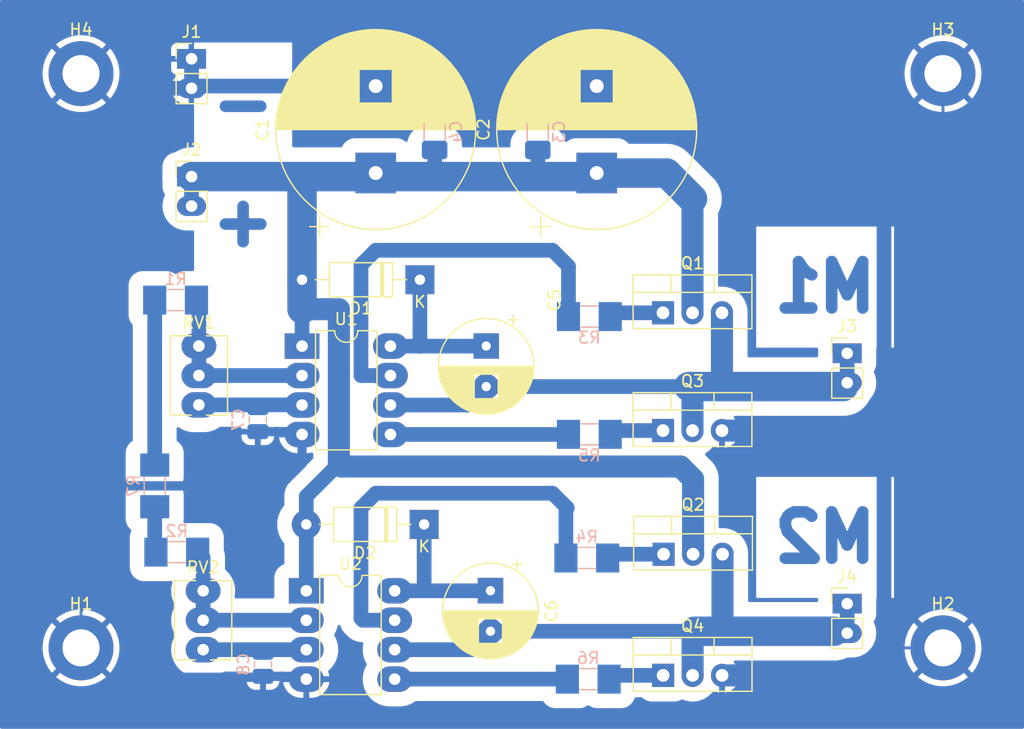
<source format=kicad_pcb>
(kicad_pcb (version 20211014) (generator pcbnew)
  (layers (0 "F.Cu" signal) (31 "B.Cu" signal) (34 "B.Paste" user) (35 "F.Paste" user) (36 "B.SilkS" user "B.Silkscreen") (37 "F.SilkS" user "F.Silkscreen") (38 "B.Mask" user) (39 "F.Mask" user) (44 "Edge.Cuts" user))
  (net 0 "")
  (net 1 "+12V")
  (net 2 "GND")
  (net 3 "Net-(C5-Pad1)")
  (net 4 "Net-(C5-Pad2)")
  (net 5 "Net-(C6-Pad1)")
  (net 6 "Net-(C6-Pad2)")
  (net 7 "Net-(C7-Pad1)")
  (net 8 "Net-(C8-Pad1)")
  (net 9 "Net-(Q1-Pad1)")
  (net 10 "Net-(Q2-Pad1)")
  (net 11 "Net-(Q3-Pad1)")
  (net 12 "Net-(Q4-Pad1)")
  (net 13 "Net-(R1-Pad1)")
  (net 14 "Net-(R1-Pad2)")
  (net 15 "Net-(R2-Pad2)")
  (net 16 "Net-(R3-Pad1)")
  (net 17 "Net-(R4-Pad2)")
  (net 18 "Net-(R5-Pad1)")
  (net 19 "Net-(R6-Pad2)")
  (net 20 "Net-(R2-Pad1)")
  (footprint "A_library:PinHeader_1x02_P2.54mm_Vertical" (layer "F.Cu") (at 99.06 34.285)
    (fp_text reference "J2" (at 0 -2.33) (layer "F.SilkS"))
    (fp_text value "input")
    (pad "1" thru_hole rect (at 0 0) (size 2.5 1.7) (drill 1) (layers *.Cu *.Mask) (net 1 "+12V"))
    (pad "2" thru_hole oval (at 0 2.54) (size 2.5 1.7) (drill 1) (layers *.Cu *.Mask) (net 1 "+12V"))
  )
  (footprint "A_library:D_A-405_P10.16mm_Horizontal" (layer "F.Cu") (at 119.11 64.285 180)
    (fp_text reference "D2" (at 5.08 -2.47) (layer "F.SilkS"))
    (fp_text value "BY255")
    (fp_text user "K" (at 0 -1.9) (layer "F.SilkS"))
    (pad "1" thru_hole rect (at 0 0 180) (size 2.5 2.5) (drill 0.9) (layers *.Cu *.Mask) (net 5 "Net-(C6-Pad1)"))
    (pad "2" thru_hole oval (at 10.16 0 180) (size 2.5 2.5) (drill 0.9) (layers *.Cu *.Mask) (net 1 "+12V"))
  )
  (footprint "A_library:PinHeader_1x02_P2.54mm_Vertical" (layer "F.Cu") (at 155.575 71.12)
    (fp_text reference "J4" (at 0 -2.33) (layer "F.SilkS"))
    (fp_text value "output")
    (pad "1" thru_hole rect (at 0 0) (size 2.5 1.7) (drill 1) (layers *.Cu *.Mask) (net 6 "Net-(C6-Pad2)"))
    (pad "2" thru_hole oval (at 0 2.54) (size 2.5 1.7) (drill 1) (layers *.Cu *.Mask) (net 6 "Net-(C6-Pad2)"))
  )
  (footprint "MountingHole:MountingHole_3.2mm_M3_DIN965_Pad" (layer "F.Cu") (at 89.535 74.93)
    (fp_text reference "H1" (at 0 -3.8) (layer "F.SilkS"))
    (fp_text value "MountingHole_Pad")
    (pad "1" thru_hole circle (at 0 0) (size 5.6 5.6) (drill 3.2) (layers *.Cu *.Mask) (net 2 "GND"))
  )
  (footprint "MountingHole:MountingHole_3.2mm_M3_DIN965_Pad" (layer "F.Cu") (at 163.83 25.4)
    (fp_text reference "H3" (at 0 -3.8) (layer "F.SilkS"))
    (fp_text value "MountingHole_Pad")
    (pad "1" thru_hole circle (at 0 0) (size 5.6 5.6) (drill 3.2) (layers *.Cu *.Mask) (net 2 "GND"))
  )
  (footprint "A_library:Potentiometer_Vishay_T73XW_Horizontal" (layer "F.Cu") (at 100.06 70.01)
    (fp_text reference "RV2" (at 0 -2.01) (layer "F.SilkS"))
    (fp_text value "500k")
    (pad "1" thru_hole oval (at 0 0) (size 3 2.2) (drill 1) (layers *.Cu *.Mask) (net 20 "Net-(R2-Pad1)"))
    (pad "2" thru_hole oval (at 0 2.54) (size 3 2.2) (drill 1) (layers *.Cu *.Mask) (net 20 "Net-(R2-Pad1)"))
    (pad "3" thru_hole oval (at 0 5.08) (size 3 2.2) (drill 1) (layers *.Cu *.Mask) (net 8 "Net-(C8-Pad1)"))
  )
  (footprint "A_library:DIP-8_W7.62mm" (layer "F.Cu") (at 108.95 70.01)
    (fp_text reference "U2" (at 3.81 -2.33) (layer "F.SilkS"))
    (fp_text value "IR2153")
    (pad "1" thru_hole rect (at 0 0) (size 3 2.2) (drill 1) (layers *.Cu *.Mask) (net 1 "+12V"))
    (pad "2" thru_hole oval (at 0 2.54) (size 3 2.2) (drill 1) (layers *.Cu *.Mask) (net 20 "Net-(R2-Pad1)"))
    (pad "3" thru_hole oval (at 0 5.08) (size 3 2.2) (drill 1) (layers *.Cu *.Mask) (net 8 "Net-(C8-Pad1)"))
    (pad "4" thru_hole oval (at 0 7.62) (size 3 2.2) (drill 1) (layers *.Cu *.Mask) (net 2 "GND"))
    (pad "5" thru_hole oval (at 7.62 7.62) (size 3 2.2) (drill 1) (layers *.Cu *.Mask) (net 19 "Net-(R6-Pad2)"))
    (pad "6" thru_hole oval (at 7.62 5.08) (size 3 2.2) (drill 1) (layers *.Cu *.Mask) (net 6 "Net-(C6-Pad2)"))
    (pad "7" thru_hole oval (at 7.62 2.54) (size 3 2.2) (drill 1) (layers *.Cu *.Mask) (net 17 "Net-(R4-Pad2)"))
    (pad "8" thru_hole oval (at 7.62 0) (size 3 2.2) (drill 1) (layers *.Cu *.Mask) (net 5 "Net-(C6-Pad1)"))
  )
  (footprint "A_library:PinHeader_1x02_P2.54mm_Vertical" (layer "F.Cu") (at 99.06 24.125)
    (fp_text reference "J1" (at 0 -2.33) (layer "F.SilkS"))
    (fp_text value "input")
    (pad "1" thru_hole rect (at 0 0) (size 2.5 1.7) (drill 1) (layers *.Cu *.Mask) (net 2 "GND"))
    (pad "2" thru_hole oval (at 0 2.54) (size 2.5 1.7) (drill 1) (layers *.Cu *.Mask) (net 2 "GND"))
  )
  (footprint "Package_TO_SOT_THT:TO-220-3_Vertical" (layer "F.Cu") (at 139.75 66.855)
    (fp_text reference "Q2" (at 2.54 -4.27) (layer "F.SilkS"))
    (fp_text value "IRF540N")
    (pad "1" thru_hole rect (at 0 0) (size 1.905 2) (drill 1.1) (layers *.Cu *.Mask) (net 10 "Net-(Q2-Pad1)"))
    (pad "2" thru_hole oval (at 2.54 0) (size 1.905 2) (drill 1.1) (layers *.Cu *.Mask) (net 1 "+12V"))
    (pad "3" thru_hole oval (at 5.08 0) (size 1.905 2) (drill 1.1) (layers *.Cu *.Mask) (net 6 "Net-(C6-Pad2)"))
  )
  (footprint "A_library:CP_Radial_D17.0mm_P7.50mm" (layer "F.Cu") (at 114.935 33.975267 90)
    (fp_text reference "C1" (at 3.75 -9.75 90) (layer "F.SilkS"))
    (fp_text value "4700uF")
    (pad "1" thru_hole rect (at 0 0 90) (size 3.5 3.5) (drill 1.2) (layers *.Cu *.Mask) (net 1 "+12V"))
    (pad "2" thru_hole circle (at 7.5 0 90) (size 3.5 3.5) (drill 1.2) (layers *.Cu *.Mask) (net 2 "GND"))
  )
  (footprint "A_library:CP_Radial_D8.0mm_P3.50mm" (layer "F.Cu") (at 124.825 70 -90)
    (fp_text reference "C6" (at 1.75 -5.25 90) (layer "F.SilkS"))
    (fp_text value "100u")
    (pad "1" thru_hole rect (at 0 0 270) (size 2.2 2.2) (drill 0.8) (layers *.Cu *.Mask) (net 5 "Net-(C6-Pad1)"))
    (pad "2" thru_hole circle (at 3.5 0 270) (size 2.2 2.2) (drill 0.8) (layers *.Cu *.Mask) (net 6 "Net-(C6-Pad2)"))
  )
  (footprint "Package_TO_SOT_THT:TO-220-3_Vertical" (layer "F.Cu") (at 139.7 56.19)
    (fp_text reference "Q3" (at 2.54 -4.27) (layer "F.SilkS"))
    (fp_text value "IRF540N")
    (pad "1" thru_hole rect (at 0 0) (size 1.905 2) (drill 1.1) (layers *.Cu *.Mask) (net 11 "Net-(Q3-Pad1)"))
    (pad "2" thru_hole oval (at 2.54 0) (size 1.905 2) (drill 1.1) (layers *.Cu *.Mask) (net 4 "Net-(C5-Pad2)"))
    (pad "3" thru_hole oval (at 5.08 0) (size 1.905 2) (drill 1.1) (layers *.Cu *.Mask) (net 2 "GND"))
  )
  (footprint "A_library:D_A-405_P10.16mm_Horizontal" (layer "F.Cu") (at 118.745 43.18 180)
    (fp_text reference "D1" (at 5.08 -2.47) (layer "F.SilkS"))
    (fp_text value "BY255")
    (fp_text user "K" (at 0 -1.9) (layer "F.SilkS"))
    (pad "1" thru_hole rect (at 0 0 180) (size 2.5 2.5) (drill 0.9) (layers *.Cu *.Mask) (net 3 "Net-(C5-Pad1)"))
    (pad "2" thru_hole oval (at 10.16 0 180) (size 2.5 2.5) (drill 0.9) (layers *.Cu *.Mask) (net 1 "+12V"))
  )
  (footprint "MountingHole:MountingHole_3.2mm_M3_DIN965_Pad" (layer "F.Cu") (at 89.535 25.4)
    (fp_text reference "H4" (at 0 -3.8) (layer "F.SilkS"))
    (fp_text value "MountingHole_Pad")
    (pad "1" thru_hole circle (at 0 0) (size 5.6 5.6) (drill 3.2) (layers *.Cu *.Mask) (net 2 "GND"))
  )
  (footprint "Package_TO_SOT_THT:TO-220-3_Vertical" (layer "F.Cu") (at 139.7 46.03)
    (fp_text reference "Q1" (at 2.54 -4.27) (layer "F.SilkS"))
    (fp_text value "IRF540N")
    (pad "1" thru_hole rect (at 0 0) (size 1.905 2) (drill 1.1) (layers *.Cu *.Mask) (net 9 "Net-(Q1-Pad1)"))
    (pad "2" thru_hole oval (at 2.54 0) (size 1.905 2) (drill 1.1) (layers *.Cu *.Mask) (net 1 "+12V"))
    (pad "3" thru_hole oval (at 5.08 0) (size 1.905 2) (drill 1.1) (layers *.Cu *.Mask) (net 4 "Net-(C5-Pad2)"))
  )
  (footprint "A_library:DIP-8_W7.62mm" (layer "F.Cu") (at 108.585 48.905)
    (fp_text reference "U1" (at 3.81 -2.33) (layer "F.SilkS"))
    (fp_text value "IR2153")
    (pad "1" thru_hole rect (at 0 0) (size 3 2.2) (drill 1) (layers *.Cu *.Mask) (net 1 "+12V"))
    (pad "2" thru_hole oval (at 0 2.54) (size 3 2.2) (drill 1) (layers *.Cu *.Mask) (net 13 "Net-(R1-Pad1)"))
    (pad "3" thru_hole oval (at 0 5.08) (size 3 2.2) (drill 1) (layers *.Cu *.Mask) (net 7 "Net-(C7-Pad1)"))
    (pad "4" thru_hole oval (at 0 7.62) (size 3 2.2) (drill 1) (layers *.Cu *.Mask) (net 2 "GND"))
    (pad "5" thru_hole oval (at 7.62 7.62) (size 3 2.2) (drill 1) (layers *.Cu *.Mask) (net 18 "Net-(R5-Pad1)"))
    (pad "6" thru_hole oval (at 7.62 5.08) (size 3 2.2) (drill 1) (layers *.Cu *.Mask) (net 4 "Net-(C5-Pad2)"))
    (pad "7" thru_hole oval (at 7.62 2.54) (size 3 2.2) (drill 1) (layers *.Cu *.Mask) (net 16 "Net-(R3-Pad1)"))
    (pad "8" thru_hole oval (at 7.62 0) (size 3 2.2) (drill 1) (layers *.Cu *.Mask) (net 3 "Net-(C5-Pad1)"))
  )
  (footprint "A_library:PinHeader_1x02_P2.54mm_Vertical" (layer "F.Cu") (at 155.575 49.525)
    (fp_text reference "J3" (at 0 -2.33) (layer "F.SilkS"))
    (fp_text value "output")
    (pad "1" thru_hole rect (at 0 0) (size 2.5 1.7) (drill 1) (layers *.Cu *.Mask) (net 4 "Net-(C5-Pad2)"))
    (pad "2" thru_hole oval (at 0 2.54) (size 2.5 1.7) (drill 1) (layers *.Cu *.Mask) (net 4 "Net-(C5-Pad2)"))
  )
  (footprint "Package_TO_SOT_THT:TO-220-3_Vertical" (layer "F.Cu") (at 139.71 77.305)
    (fp_text reference "Q4" (at 2.54 -4.27) (layer "F.SilkS"))
    (fp_text value "IRF540N")
    (pad "1" thru_hole rect (at 0 0) (size 1.905 2) (drill 1.1) (layers *.Cu *.Mask) (net 12 "Net-(Q4-Pad1)"))
    (pad "2" thru_hole oval (at 2.54 0) (size 1.905 2) (drill 1.1) (layers *.Cu *.Mask) (net 6 "Net-(C6-Pad2)"))
    (pad "3" thru_hole oval (at 5.08 0) (size 1.905 2) (drill 1.1) (layers *.Cu *.Mask) (net 2 "GND"))
  )
  (footprint "A_library:Potentiometer_Vishay_T73XW_Horizontal" (layer "F.Cu") (at 99.695 48.895)
    (fp_text reference "RV1" (at 0 -2.01) (layer "F.SilkS"))
    (fp_text value "500k")
    (pad "1" thru_hole oval (at 0 0) (size 3 2.2) (drill 1) (layers *.Cu *.Mask) (net 13 "Net-(R1-Pad1)"))
    (pad "2" thru_hole oval (at 0 2.54) (size 3 2.2) (drill 1) (layers *.Cu *.Mask) (net 13 "Net-(R1-Pad1)"))
    (pad "3" thru_hole oval (at 0 5.08) (size 3 2.2) (drill 1) (layers *.Cu *.Mask) (net 7 "Net-(C7-Pad1)"))
  )
  (footprint "A_library:CP_Radial_D8.0mm_P3.50mm" (layer "F.Cu") (at 124.46 48.895 -90)
    (fp_text reference "C5" (at -3.955 -5.885 90) (layer "F.SilkS"))
    (fp_text value "100u")
    (pad "1" thru_hole rect (at 0 0 270) (size 2.2 2.2) (drill 0.8) (layers *.Cu *.Mask) (net 3 "Net-(C5-Pad1)"))
    (pad "2" thru_hole circle (at 3.5 0 270) (size 2.2 2.2) (drill 0.8) (layers *.Cu *.Mask) (net 4 "Net-(C5-Pad2)"))
  )
  (footprint "A_library:CP_Radial_D17.0mm_P7.50mm" (layer "F.Cu") (at 133.985 33.975267 90)
    (fp_text reference "C2" (at 3.75 -9.75 90) (layer "F.SilkS"))
    (fp_text value "4700uF")
    (pad "1" thru_hole rect (at 0 0 90) (size 3.5 3.5) (drill 1.2) (layers *.Cu *.Mask) (net 1 "+12V"))
    (pad "2" thru_hole circle (at 7.5 0 90) (size 3.5 3.5) (drill 1.2) (layers *.Cu *.Mask) (net 2 "GND"))
  )
  (footprint "MountingHole:MountingHole_3.2mm_M3_DIN965_Pad" (layer "F.Cu") (at 163.83 74.93)
    (fp_text reference "H2" (at 0 -3.8) (layer "F.SilkS"))
    (fp_text value "MountingHole_Pad")
    (pad "1" thru_hole circle (at 0 0) (size 5.6 5.6) (drill 3.2) (layers *.Cu *.Mask) (net 2 "GND"))
  )
  (footprint "A_library:R_1206" (layer "B.Cu") (at 133.35 56.515)
    (fp_text reference "R5" (at 0 1.82) (layer "B.SilkS") (effects (justify mirror)))
    (fp_text value "20")
    (pad "1" smd rect (at -1.8 0) (size 2 2.5) (layers "B.Cu" "B.Paste" "B.Mask") (net 18 "Net-(R5-Pad1)"))
    (pad "2" smd rect (at 1.8 0) (size 2 2.5) (layers "B.Cu" "B.Paste" "B.Mask") (net 11 "Net-(Q3-Pad1)"))
  )
  (footprint "A_library:R_1206" (layer "B.Cu") (at 133.255 77.63 180)
    (fp_text reference "R6" (at 0 1.82) (layer "B.SilkS") (effects (justify mirror)))
    (fp_text value "20")
    (pad "1" smd rect (at -1.8 0 180) (size 2 2.5) (layers "B.Cu" "B.Paste" "B.Mask") (net 12 "Net-(Q4-Pad1)"))
    (pad "2" smd rect (at 1.8 0 180) (size 2 2.5) (layers "B.Cu" "B.Paste" "B.Mask") (net 19 "Net-(R6-Pad2)"))
  )
  (footprint "A_library:C_0805_2012Metric_Pad1.18x1.45mm_HandSolder" (layer "B.Cu") (at 104.775 55.245 -90)
    (fp_text reference "C7" (at 0 1.68 90) (layer "B.SilkS") (effects (justify mirror)))
    (fp_text value "68n")
    (pad "1" smd roundrect (at -1.0375 0 270) (size 1.3 1.8) (layers "B.Cu" "B.Paste" "B.Mask") (roundrect_rratio 0.212766) (net 7 "Net-(C7-Pad1)"))
    (pad "2" smd roundrect (at 1.0375 0 270) (size 1.3 1.8) (layers "B.Cu" "B.Paste" "B.Mask") (roundrect_rratio 0.212766) (net 2 "GND"))
  )
  (footprint "A_library:C_0805_2012Metric_Pad1.18x1.45mm_HandSolder" (layer "B.Cu") (at 105.22 76.35 -90)
    (fp_text reference "C8" (at 0 1.68 90) (layer "B.SilkS") (effects (justify mirror)))
    (fp_text value "68n")
    (pad "1" smd roundrect (at -1.0375 0 270) (size 1.3 1.8) (layers "B.Cu" "B.Paste" "B.Mask") (roundrect_rratio 0.212766) (net 8 "Net-(C8-Pad1)"))
    (pad "2" smd roundrect (at 1.0375 0 270) (size 1.3 1.8) (layers "B.Cu" "B.Paste" "B.Mask") (roundrect_rratio 0.212766) (net 2 "GND"))
  )
  (footprint "A_library:C_1206_3216Metric_Pad1.33x1.80mm_HandSolder" (layer "B.Cu") (at 128.905 30.42 90)
    (fp_text reference "C3" (at 0 1.85 90) (layer "B.SilkS") (effects (justify mirror)))
    (fp_text value "100n")
    (pad "1" smd roundrect (at -1.5625 0 90) (size 1.6 2.2) (layers "B.Cu" "B.Paste" "B.Mask") (roundrect_rratio 0.188679) (net 1 "+12V"))
    (pad "2" smd roundrect (at 1.5625 0 90) (size 1.6 2.2) (layers "B.Cu" "B.Paste" "B.Mask") (roundrect_rratio 0.188679) (net 2 "GND"))
  )
  (footprint "A_library:R_1206" (layer "B.Cu") (at 95.885 60.96 -90)
    (fp_text reference "R7" (at 0 1.82 90) (layer "B.SilkS") (effects (justify mirror)))
    (fp_text value "150k")
    (pad "1" smd rect (at -1.8 0 270) (size 2 2.5) (layers "B.Cu" "B.Paste" "B.Mask") (net 14 "Net-(R1-Pad2)"))
    (pad "2" smd rect (at 1.8 0 270) (size 2 2.5) (layers "B.Cu" "B.Paste" "B.Mask") (net 15 "Net-(R2-Pad2)"))
  )
  (footprint "A_library:R_1206" (layer "B.Cu") (at 133.13 67.18 180)
    (fp_text reference "R4" (at 0 1.82) (layer "B.SilkS") (effects (justify mirror)))
    (fp_text value "20")
    (pad "1" smd rect (at -1.8 0 180) (size 2 2.5) (layers "B.Cu" "B.Paste" "B.Mask") (net 10 "Net-(Q2-Pad1)"))
    (pad "2" smd rect (at 1.8 0 180) (size 2 2.5) (layers "B.Cu" "B.Paste" "B.Mask") (net 17 "Net-(R4-Pad2)"))
  )
  (footprint "A_library:R_1206" (layer "B.Cu") (at 133.35 46.355)
    (fp_text reference "R3" (at 0 1.82) (layer "B.SilkS") (effects (justify mirror)))
    (fp_text value "20")
    (pad "1" smd rect (at -1.8 0) (size 2 2.5) (layers "B.Cu" "B.Paste" "B.Mask") (net 16 "Net-(R3-Pad1)"))
    (pad "2" smd rect (at 1.8 0) (size 2 2.5) (layers "B.Cu" "B.Paste" "B.Mask") (net 9 "Net-(Q1-Pad1)"))
  )
  (footprint "A_library:R_1206" (layer "B.Cu") (at 97.685 44.935 180)
    (fp_text reference "R1" (at 0 1.82) (layer "B.SilkS") (effects (justify mirror)))
    (fp_text value "1")
    (pad "1" smd rect (at -1.8 0 180) (size 2 2.5) (layers "B.Cu" "B.Paste" "B.Mask") (net 13 "Net-(R1-Pad1)"))
    (pad "2" smd rect (at 1.8 0 180) (size 2 2.5) (layers "B.Cu" "B.Paste" "B.Mask") (net 14 "Net-(R1-Pad2)"))
  )
  (footprint "A_library:C_1206_3216Metric_Pad1.33x1.80mm_HandSolder" (layer "B.Cu") (at 120.015 30.42 90)
    (fp_text reference "C4" (at 0 1.85 90) (layer "B.SilkS") (effects (justify mirror)))
    (fp_text value "100n")
    (pad "1" smd roundrect (at -1.5625 0 90) (size 1.6 2.2) (layers "B.Cu" "B.Paste" "B.Mask") (roundrect_rratio 0.188679) (net 1 "+12V"))
    (pad "2" smd roundrect (at 1.5625 0 90) (size 1.6 2.2) (layers "B.Cu" "B.Paste" "B.Mask") (roundrect_rratio 0.188679) (net 2 "GND"))
  )
  (footprint "A_library:R_1206" (layer "B.Cu") (at 97.79 66.675 180)
    (fp_text reference "R2" (at 0 1.82) (layer "B.SilkS") (effects (justify mirror)))
    (fp_text value "1")
    (pad "1" smd rect (at -1.8 0 180) (size 2 2.5) (layers "B.Cu" "B.Paste" "B.Mask") (net 20 "Net-(R2-Pad1)"))
    (pad "2" smd rect (at 1.8 0 180) (size 2 2.5) (layers "B.Cu" "B.Paste" "B.Mask") (net 15 "Net-(R2-Pad2)"))
  )
  (gr_text "M2" (at 153.67 65.405) (layer "B.Cu") (effects (font (size 4 4) (thickness 1)) (justify mirror)))
  (gr_text "M1" (at 153.67 43.815) (layer "B.Cu") (effects (font (size 4 4) (thickness 1)) (justify mirror)))
  (gr_text "+" (at 103.505 38.1) (layer "B.Cu") (effects (font (size 4 4) (thickness 1)) (justify mirror)))
  (gr_text "-" (at 103.505 27.94) (layer "B.Cu") (effects (font (size 4 4) (thickness 1)) (justify mirror)))
  (segment (start 129.535 34.285) (end 133.675267 34.285) (width 2.54) (layer "B.Cu") (net 1))
  (segment (start 120.015 33.655) (end 119.385 34.285) (width 1.27) (layer "B.Cu") (net 1))
  (segment (start 99.06 36.825) (end 99.06 34.285) (width 1.27) (layer "B.Cu") (net 1))
  (segment (start 108.585 43.18) (end 108.585 45.72) (width 2.54) (layer "B.Cu") (net 1))
  (segment (start 128.905 33.655) (end 129.535 34.285) (width 1.27) (layer "B.Cu") (net 1))
  (segment (start 120.015 31.9825) (end 120.015 33.655) (width 1.27) (layer "B.Cu") (net 1))
  (segment (start 140.020267 33.975267) (end 142.24 36.195) (width 2.54) (layer "B.Cu") (net 1))
  (segment (start 119.385 34.285) (end 129.535 34.285) (width 2.54) (layer "B.Cu") (net 1))
  (segment (start 111.76 59.055) (end 111.995626 59.290626) (width 1.905) (layer "B.Cu") (net 1))
  (segment (start 108.585 45.72) (end 108.585 48.905) (width 1.27) (layer "B.Cu") (net 1))
  (segment (start 108.95 64.285) (end 108.95 61.865) (width 1.27) (layer "B.Cu") (net 1))
  (segment (start 111.76 45.72) (end 111.76 59.055) (width 1.905) (layer "B.Cu") (net 1))
  (segment (start 133.985 33.975267) (end 140.020267 33.975267) (width 2.54) (layer "B.Cu") (net 1))
  (segment (start 133.675267 34.285) (end 133.985 33.975267) (width 1.27) (layer "B.Cu") (net 1))
  (segment (start 114.935 33.975267) (end 119.075267 33.975267) (width 1.27) (layer "B.Cu") (net 1))
  (segment (start 99.06 34.285) (end 108.58 34.285) (width 2.54) (layer "B.Cu") (net 1))
  (segment (start 108.585 43.18) (end 108.585 34.29) (width 2.54) (layer "B.Cu") (net 1))
  (segment (start 142.29 60.375) (end 142.29 66.855) (width 1.905) (layer "B.Cu") (net 1))
  (segment (start 108.95 61.865) (end 111.76 59.055) (width 1.27) (layer "B.Cu") (net 1))
  (segment (start 111.995626 59.290626) (end 141.205626 59.290626) (width 1.905) (layer "B.Cu") (net 1))
  (segment (start 99.369733 33.975267) (end 99.06 34.285) (width 1.27) (layer "B.Cu") (net 1))
  (segment (start 119.075267 33.975267) (end 119.385 34.285) (width 1.27) (layer "B.Cu") (net 1))
  (segment (start 108.58 34.285) (end 119.385 34.285) (width 2.54) (layer "B.Cu") (net 1))
  (segment (start 108.585 34.29) (end 108.58 34.285) (width 1.27) (layer "B.Cu") (net 1))
  (segment (start 108.585 45.72) (end 111.76 45.72) (width 1.905) (layer "B.Cu") (net 1))
  (segment (start 108.95 64.285) (end 108.95 70.01) (width 1.27) (layer "B.Cu") (net 1))
  (segment (start 142.24 36.195) (end 142.24 46.03) (width 1.905) (layer "B.Cu") (net 1))
  (segment (start 128.905 31.9825) (end 128.905 33.655) (width 1.27) (layer "B.Cu") (net 1))
  (segment (start 141.205626 59.290626) (end 142.29 60.375) (width 1.905) (layer "B.Cu") (net 1))
  (segment (start 89.535 25.4) (end 92.075 27.94) (width 0.25) (layer "B.Cu") (net 2))
  (segment (start 120.015 28.8575) (end 120.015 26.67) (width 0.8) (layer "B.Cu") (net 2))
  (segment (start 146.05 34.925) (end 147.32 36.195) (width 1.27) (layer "B.Cu") (net 2))
  (segment (start 106.68 60.96) (end 92.075 60.96) (width 0.8) (layer "B.Cu") (net 2))
  (segment (start 158.75 38.1) (end 156.845 36.195) (width 1.27) (layer "B.Cu") (net 2))
  (segment (start 146.05 28.575) (end 146.05 34.925) (width 1.27) (layer "B.Cu") (net 2))
  (segment (start 105.0175 56.525) (end 104.775 56.2825) (width 0.8) (layer "B.Cu") (net 2))
  (segment (start 94.615 27.94) (end 94.615 40.64) (width 1.27) (layer "B.Cu") (net 2))
  (segment (start 96.52 76.835) (end 97.155 77.47) (width 0.8) (layer "B.Cu") (net 2))
  (segment (start 92.075 69.215) (end 92.71 69.85) (width 0.8) (layer "B.Cu") (net 2))
  (segment (start 143.950267 26.475267) (end 146.05 28.575) (width 1.27) (layer "B.Cu") (net 2))
  (segment (start 108.7075 77.3875) (end 108.95 77.63) (width 0.8) (layer "B.Cu") (net 2))
  (segment (start 105.1375 77.47) (end 105.22 77.3875) (width 0.8) (layer "B.Cu") (net 2))
  (segment (start 120.015 26.67) (end 119.820267 26.475267) (width 0.8) (layer "B.Cu") (net 2))
  (segment (start 119.820267 26.475267) (end 114.935 26.475267) (width 1.27) (layer "B.Cu") (net 2))
  (segment (start 105.4625 77.63) (end 105.22 77.3875) (width 0.8) (layer "B.Cu") (net 2))
  (segment (start 99.06 26.665) (end 99.06 24.125) (width 1.27) (layer "B.Cu") (net 2))
  (segment (start 97.155 77.47) (end 105.1375 77.47) (width 0.8) (layer "B.Cu") (net 2))
  (segment (start 96.52 70.485) (end 96.52 76.835) (width 0.8) (layer "B.Cu") (net 2))
  (segment (start 133.985 26.475267) (end 143.950267 26.475267) (width 1.27) (layer "B.Cu") (net 2))
  (segment (start 114.935 26.475267) (end 99.249733 26.475267) (width 1.27) (layer "B.Cu") (net 2))
  (segment (start 99.249733 26.475267) (end 99.06 26.665) (width 1.27) (layer "B.Cu") (net 2))
  (segment (start 99.06 26.665) (end 95.89 26.665) (width 1.27) (layer "B.Cu") (net 2))
  (segment (start 104.775 56.2825) (end 108.3425 56.2825) (width 0.8) (layer "B.Cu") (net 2))
  (segment (start 128.905 28.8575) (end 128.905 26.67) (width 0.8) (layer "B.Cu") (net 2))
  (segment (start 105.22 77.3875) (end 108.7075 77.3875) (width 0.8) (layer "B.Cu") (net 2))
  (segment (start 158.75 76.2) (end 158.75 74.93) (width 1.27) (layer "B.Cu") (net 2))
  (segment (start 89.535 74.93) (end 89.535 71.755) (width 0.25) (layer "B.Cu") (net 2))
  (segment (start 163.83 25.4) (end 163.83 33.02) (width 0.25) (layer "B.Cu") (net 2))
  (segment (start 92.075 60.96) (end 92.075 69.215) (width 0.8) (layer "B.Cu") (net 2))
  (segment (start 92.71 69.85) (end 95.885 69.85) (width 0.8) (layer "B.Cu") (net 2))
  (segment (start 144.79 77.305) (end 157.645 77.305) (width 1.905) (layer "B.Cu") (net 2))
  (segment (start 163.83 74.93) (end 158.75 74.93) (width 0.25) (layer "B.Cu") (net 2))
  (segment (start 128.710267 26.475267) (end 119.820267 26.475267) (width 1.27) (layer "B.Cu") (net 2))
  (segment (start 92.075 43.18) (end 92.075 60.96) (width 1.27) (layer "B.Cu") (net 2))
  (segment (start 95.89 26.665) (end 94.615 27.94) (width 1.27) (layer "B.Cu") (net 2))
  (segment (start 163.83 33.02) (end 158.75 38.1) (width 0.25) (layer "B.Cu") (net 2))
  (segment (start 158.75 74.93) (end 158.75 55.88) (width 1.27) (layer "B.Cu") (net 2))
  (segment (start 158.44 56.19) (end 158.75 55.88) (width 1.27) (layer "B.Cu") (net 2))
  (segment (start 108.585 56.525) (end 108.585 59.055) (width 0.8) (layer "B.Cu") (net 2))
  (segment (start 144.78 56.19) (end 158.44 56.19) (width 1.905) (layer "B.Cu") (net 2))
  (segment (start 158.75 55.88) (end 158.75 38.1) (width 1.27) (layer "B.Cu") (net 2))
  (segment (start 95.885 69.85) (end 96.52 70.485) (width 0.8) (layer "B.Cu") (net 2))
  (segment (start 133.985 26.475267) (end 128.710267 26.475267) (width 1.27) (layer "B.Cu") (net 2))
  (segment (start 108.3425 56.2825) (end 108.585 56.525) (width 0.8) (layer "B.Cu") (net 2))
  (segment (start 157.645 77.305) (end 158.75 76.2) (width 1.27) (layer "B.Cu") (net 2))
  (segment (start 92.075 27.94) (end 94.615 27.94) (width 0.25) (layer "B.Cu") (net 2))
  (segment (start 94.615 40.64) (end 92.075 43.18) (width 1.27) (layer "B.Cu") (net 2))
  (segment (start 128.905 26.67) (end 128.710267 26.475267) (width 0.8) (layer "B.Cu") (net 2))
  (segment (start 156.845 36.195) (end 147.32 36.195) (width 1.27) (layer "B.Cu") (net 2))
  (segment (start 108.585 59.055) (end 106.68 60.96) (width 0.8) (layer "B.Cu") (net 2))
  (segment (start 89.535 71.755) (end 92.075 69.215) (width 0.25) (layer "B.Cu") (net 2))
  (segment (start 118.745 48.895) (end 118.735 48.905) (width 1.27) (layer "B.Cu") (net 3))
  (segment (start 116.205 48.905) (end 118.735 48.905) (width 1.27) (layer "B.Cu") (net 3))
  (segment (start 124.45 48.905) (end 124.46 48.895) (width 1.27) (layer "B.Cu") (net 3))
  (segment (start 118.745 43.18) (end 118.745 48.895) (width 1.27) (layer "B.Cu") (net 3))
  (segment (start 118.735 48.905) (end 124.45 48.905) (width 1.27) (layer "B.Cu") (net 3))
  (segment (start 144.78 46.03) (end 144.78 52.07) (width 1.905) (layer "B.Cu") (net 4))
  (segment (start 124.46 52.395) (end 141.915 52.395) (width 1.27) (layer "B.Cu") (net 4))
  (segment (start 155.245 52.395) (end 155.575 52.065) (width 1.27) (layer "B.Cu") (net 4))
  (segment (start 142.24 56.19) (end 142.24 52.72) (width 1.905) (layer "B.Cu") (net 4))
  (segment (start 144.78 52.07) (end 145.105 52.395) (width 1.27) (layer "B.Cu") (net 4))
  (segment (start 142.24 52.72) (end 141.915 52.395) (width 1.27) (layer "B.Cu") (net 4))
  (segment (start 122.87 53.985) (end 124.46 52.395) (width 1.27) (layer "B.Cu") (net 4))
  (segment (start 116.205 53.985) (end 122.87 53.985) (width 1.27) (layer "B.Cu") (net 4))
  (segment (start 141.915 52.395) (end 145.105 52.395) (width 2.54) (layer "B.Cu") (net 4))
  (segment (start 145.105 52.395) (end 155.245 52.395) (width 2.54) (layer "B.Cu") (net 4))
  (segment (start 155.575 49.525) (end 155.575 52.065) (width 1.27) (layer "B.Cu") (net 4))
  (segment (start 116.57 70.01) (end 119.11 70.01) (width 1.27) (layer "B.Cu") (net 5))
  (segment (start 119.11 64.285) (end 119.11 70.01) (width 1.27) (layer "B.Cu") (net 5))
  (segment (start 119.11 70.01) (end 124.815 70.01) (width 1.27) (layer "B.Cu") (net 5))
  (segment (start 124.815 70.01) (end 124.825 70) (width 1.27) (layer "B.Cu") (net 5))
  (segment (start 144.83 73.075) (end 145.255 73.5) (width 1.27) (layer "B.Cu") (net 6))
  (segment (start 155.575 73.66) (end 155.575 72.39) (width 1.27) (layer "B.Cu") (net 6))
  (segment (start 142.4 73.5) (end 145.255 73.5) (width 2.54) (layer "B.Cu") (net 6))
  (segment (start 144.83 66.855) (end 144.83 73.075) (width 1.905) (layer "B.Cu") (net 6))
  (segment (start 116.57 75.09) (end 123.235 75.09) (width 1.27) (layer "B.Cu") (net 6))
  (segment (start 145.255 73.5) (end 154.465 73.5) (width 2.54) (layer "B.Cu") (net 6))
  (segment (start 123.235 75.09) (end 124.825 73.5) (width 1.27) (layer "B.Cu") (net 6))
  (segment (start 142.25 77.305) (end 142.25 73.65) (width 1.905) (layer "B.Cu") (net 6))
  (segment (start 124.825 73.5) (end 142.4 73.5) (width 1.27) (layer "B.Cu") (net 6))
  (segment (start 142.25 73.65) (end 142.4 73.5) (width 1.27) (layer "B.Cu") (net 6))
  (segment (start 155.575 72.39) (end 155.575 71.12) (width 1.27) (layer "B.Cu") (net 6))
  (segment (start 108.575 53.975) (end 108.585 53.985) (width 1.27) (layer "B.Cu") (net 7))
  (segment (start 108.5575 54.0125) (end 108.585 53.985) (width 1.27) (layer "B.Cu") (net 7))
  (segment (start 108.3625 54.2075) (end 108.585 53.985) (width 0.8) (layer "B.Cu") (net 7))
  (segment (start 104.9975 53.985) (end 104.775 54.2075) (width 0.8) (layer "B.Cu") (net 7))
  (segment (start 104.5425 53.975) (end 104.775 54.2075) (width 0.8) (layer "B.Cu") (net 7))
  (segment (start 99.695 53.975) (end 108.575 53.975) (width 1.27) (layer "B.Cu") (net 7))
  (segment (start 100.06 75.09) (end 108.95 75.09) (width 1.27) (layer "B.Cu") (net 8))
  (segment (start 105.4425 75.09) (end 105.22 75.3125) (width 0.8) (layer "B.Cu") (net 8))
  (segment (start 139.7 46.03) (end 135.475 46.03) (width 1.27) (layer "B.Cu") (net 9))
  (segment (start 135.475 46.03) (end 135.15 46.355) (width 1.27) (layer "B.Cu") (net 9))
  (segment (start 135.255 66.855) (end 134.93 67.18) (width 1.27) (layer "B.Cu") (net 10))
  (segment (start 139.48 66.855) (end 135.255 66.855) (width 1.27) (layer "B.Cu") (net 10))
  (segment (start 139.7 56.19) (end 135.475 56.19) (width 1.27) (layer "B.Cu") (net 11))
  (segment (start 135.475 56.19) (end 135.15 56.515) (width 1.27) (layer "B.Cu") (net 11))
  (segment (start 139.71 77.305) (end 135.38 77.305) (width 1.27) (layer "B.Cu") (net 12))
  (segment (start 135.38 77.305) (end 135.055 77.63) (width 1.27) (layer "B.Cu") (net 12))
  (segment (start 99.695 45.145) (end 99.485 44.935) (width 1.27) (layer "B.Cu") (net 13))
  (segment (start 99.695 48.895) (end 99.695 45.145) (width 1.27) (layer "B.Cu") (net 13))
  (segment (start 108.585 51.445) (end 99.705 51.445) (width 1.27) (layer "B.Cu") (net 13))
  (segment (start 99.705 51.445) (end 99.695 51.435) (width 1.27) (layer "B.Cu") (net 13))
  (segment (start 99.695 51.435) (end 99.695 48.895) (width 1.27) (layer "B.Cu") (net 13))
  (segment (start 95.885 44.935) (end 95.885 59.16) (width 1.27) (layer "B.Cu") (net 14))
  (segment (start 95.885 66.57) (end 95.99 66.675) (width 1.27) (layer "B.Cu") (net 15))
  (segment (start 95.885 62.76) (end 95.885 66.57) (width 1.27) (layer "B.Cu") (net 15))
  (segment (start 116.205 51.445) (end 113.675 51.445) (width 1.27) (layer "B.Cu") (net 16))
  (segment (start 131.55 42.015) (end 131.55 46.355) (width 1.27) (layer "B.Cu") (net 16))
  (segment (start 113.665 41.91) (end 114.935 40.64) (width 1.27) (layer "B.Cu") (net 16))
  (segment (start 113.665 51.435) (end 113.665 41.91) (width 1.27) (layer "B.Cu") (net 16))
  (segment (start 130.175 40.64) (end 131.55 42.015) (width 1.27) (layer "B.Cu") (net 16))
  (segment (start 114.935 40.64) (end 130.175 40.64) (width 1.27) (layer "B.Cu") (net 16))
  (segment (start 113.675 51.445) (end 113.665 51.435) (width 1.27) (layer "B.Cu") (net 16))
  (segment (start 113.665 62.865) (end 114.935 61.595) (width 1.27) (layer "B.Cu") (net 17))
  (segment (start 113.825 72.55) (end 113.665 72.39) (width 1.27) (layer "B.Cu") (net 17))
  (segment (start 113.665 72.39) (end 113.665 62.865) (width 1.27) (layer "B.Cu") (net 17))
  (segment (start 131.445 62.865) (end 131.33 62.98) (width 1.27) (layer "B.Cu") (net 17))
  (segment (start 116.57 72.55) (end 113.825 72.55) (width 1.27) (layer "B.Cu") (net 17))
  (segment (start 131.33 62.98) (end 131.33 67.18) (width 1.27) (layer "B.Cu") (net 17))
  (segment (start 114.935 61.595) (end 130.175 61.595) (width 1.27) (layer "B.Cu") (net 17))
  (segment (start 130.175 61.595) (end 131.445 62.865) (width 1.27) (layer "B.Cu") (net 17))
  (segment (start 131.54 56.525) (end 131.55 56.515) (width 1.27) (layer "B.Cu") (net 18))
  (segment (start 116.205 56.525) (end 131.54 56.525) (width 1.27) (layer "B.Cu") (net 18))
  (segment (start 116.57 77.63) (end 131.455 77.63) (width 1.27) (layer "B.Cu") (net 19))
  (segment (start 100.06 70.01) (end 100.06 67.145) (width 1.27) (layer "B.Cu") (net 20))
  (segment (start 100.06 72.55) (end 100.06 70.01) (width 1.27) (layer "B.Cu") (net 20))
  (segment (start 108.95 72.55) (end 100.06 72.55) (width 1.27) (layer "B.Cu") (net 20))
  (segment (start 100.06 67.145) (end 99.59 66.675) (width 1.27) (layer "B.Cu") (net 20))
  (zone (net 2) (net_name "GND") (layer "B.Cu") (connect_pads (clearance 1.25)) (min_thickness 0.254) (fill yes (thermal_gap 0.508) (thermal_bridge_width 0.508))
    (polygon (pts (xy 170.815 81.915) (xy 82.55 81.915) (xy 82.55 19.05) (xy 170.815 19.05)))
  )
)
</source>
